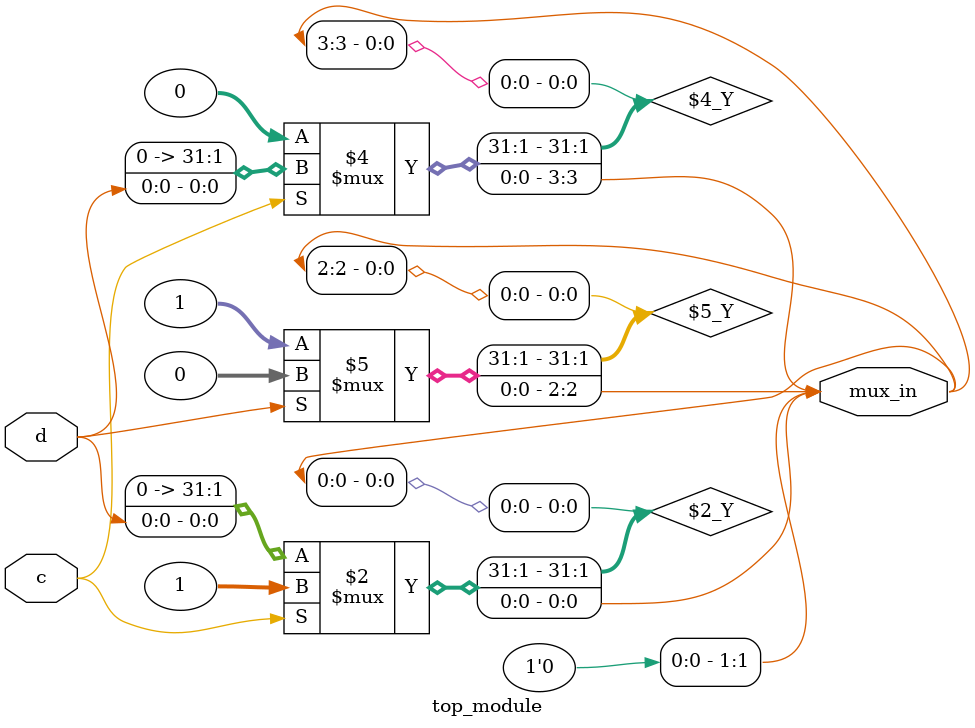
<source format=v>
module top_module (
    input c,
    input d,
    output [3:0] mux_in
); 
    assign mux_in[0] = (c)?1:d;
    assign mux_in[1] = 0;
    assign mux_in[3] = (c)?d:0;
    assign mux_in[2] = (d)?0:1;

endmodule

</source>
